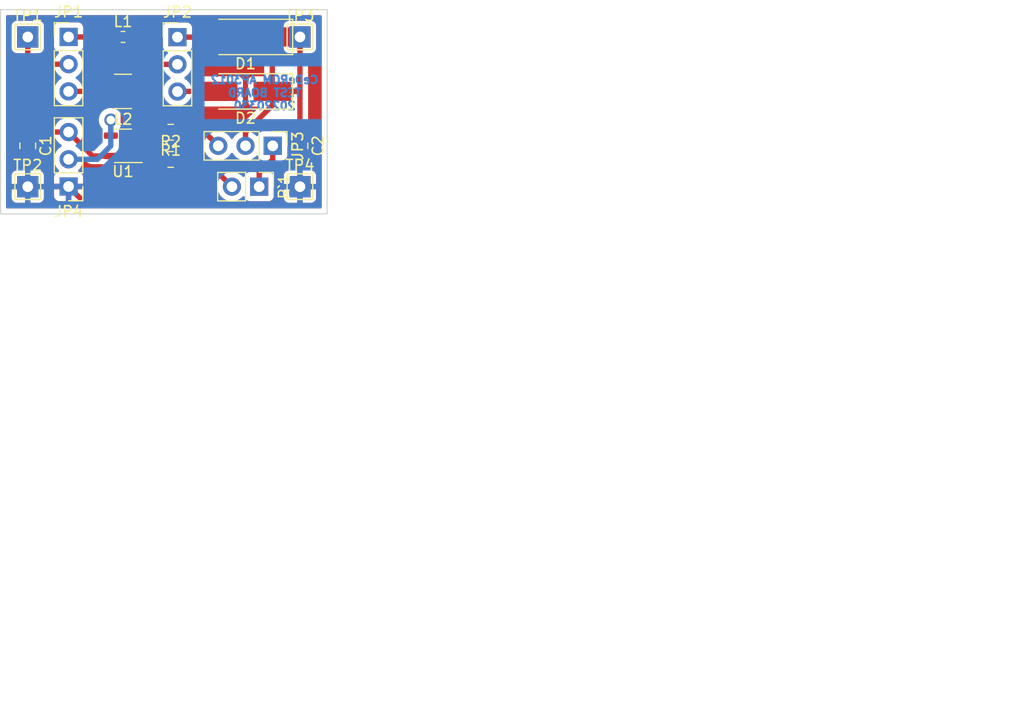
<source format=kicad_pcb>
(kicad_pcb (version 20211014) (generator pcbnew)
  (title_block (title "CeDeROM AP3012 TEST BOARD") (date "2022-03-30") (rev "2022-03-30") (company "CeDeROM"))
  (layers (0 "F.Cu" signal) (31 "B.Cu" signal) (34 "B.Paste" user) (35 "F.Paste" user) (36 "B.SilkS" user "B.Silkscreen") (37 "F.SilkS" user "F.Silkscreen") (38 "B.Mask" user) (39 "F.Mask" user) (44 "Edge.Cuts" user))
  (net 0 "")
  (net 1 "GND")
  (net 2 "Net-(C1-Pad1)")
  (net 3 "Net-(C2-Pad1)")
  (net 4 "Net-(D1-Pad2)")
  (net 5 "Net-(D2-Pad2)")
  (net 6 "Net-(JP1-Pad1)")
  (net 7 "Net-(JP1-Pad3)")
  (net 8 "Net-(JP2-Pad2)")
  (net 9 "Net-(JP3-Pad1)")
  (net 10 "Net-(JP3-Pad3)")
  (net 11 "Net-(JP4-Pad2)")
  (net 12 "Net-(R`1-Pad2)")
  (footprint "Diode_SMD:D_SMA_Handsoldering" (layer "F.Cu") (at 96.52 50.8 180)
    (fp_text reference "D1" (at 0 -2.5) (layer "F.SilkS"))
    (fp_text value "STPS1L40A")
    (fp_line (start -4.4 1.65) (end 2.5 1.65) (layer "F.SilkS") (width 0.12))
    (fp_line (start -4.4 -1.65) (end -4.4 1.65) (layer "F.SilkS") (width 0.12))
    (fp_line (start -4.4 -1.65) (end 2.5 -1.65) (layer "F.SilkS") (width 0.12))
    (pad "1" smd rect (at -2.5 0 180) (size 3.5 1.8) (layers "F.Cu" "F.Paste" "F.Mask") (net 3 "Net-(C2-Pad1)"))
    (pad "2" smd rect (at 2.5 0 180) (size 3.5 1.8) (layers "F.Cu" "F.Paste" "F.Mask") (net 4 "Net-(D1-Pad2)"))
  )
  (footprint "Capacitor_SMD:C_0805_2012Metric_Pad1.18x1.45mm_HandSolder" (layer "F.Cu") (at 89.535 62.23)
    (fp_text reference "R2" (at 0 -1.68) (layer "F.SilkS"))
    (fp_text value "~")
    (fp_line (start -0.261252 -0.735) (end 0.261252 -0.735) (layer "F.SilkS") (width 0.12))
    (fp_line (start -0.261252 0.735) (end 0.261252 0.735) (layer "F.SilkS") (width 0.12))
    (pad "1" smd roundrect (at -1.0375 0) (size 1.175 1.45) (layers "F.Cu" "F.Paste" "F.Mask") (roundrect_rratio 0.2127659574) (net 12 "Net-(R`1-Pad2)"))
    (pad "2" smd roundrect (at 1.0375 0) (size 1.175 1.45) (layers "F.Cu" "F.Paste" "F.Mask") (roundrect_rratio 0.2127659574) (net 1 "GND"))
  )
  (footprint "Capacitor_SMD:C_0805_2012Metric_Pad1.18x1.45mm_HandSolder" (layer "F.Cu") (at 89.535 59.69 180)
    (fp_text reference "R1" (at 0 -1.68) (layer "F.SilkS"))
    (fp_text value "~")
    (fp_line (start -0.261252 -0.735) (end 0.261252 -0.735) (layer "F.SilkS") (width 0.12))
    (fp_line (start -0.261252 0.735) (end 0.261252 0.735) (layer "F.SilkS") (width 0.12))
    (pad "1" smd roundrect (at -1.0375 0 180) (size 1.175 1.45) (layers "F.Cu" "F.Paste" "F.Mask") (roundrect_rratio 0.2127659574) (net 10 "Net-(JP3-Pad3)"))
    (pad "2" smd roundrect (at 1.0375 0 180) (size 1.175 1.45) (layers "F.Cu" "F.Paste" "F.Mask") (roundrect_rratio 0.2127659574) (net 12 "Net-(R`1-Pad2)"))
  )
  (footprint "TestPoint:TestPoint_THTPad_2.0x2.0mm_Drill1.0mm" (layer "F.Cu") (at 101.6 64.77)
    (fp_text reference "TP4" (at 0 -1.998) (layer "F.SilkS"))
    (fp_text value "GND")
    (fp_line (start -1.2 -1.2) (end 1.2 -1.2) (layer "F.SilkS") (width 0.12))
    (fp_line (start 1.2 -1.2) (end 1.2 1.2) (layer "F.SilkS") (width 0.12))
    (fp_line (start 1.2 1.2) (end -1.2 1.2) (layer "F.SilkS") (width 0.12))
    (fp_line (start -1.2 1.2) (end -1.2 -1.2) (layer "F.SilkS") (width 0.12))
    (pad "1" thru_hole rect (at 0 0) (size 2 2) (drill 1) (layers *.Cu *.Mask) (net 1 "GND"))
  )
  (footprint "Capacitor_SMD:C_0805_2012Metric_Pad1.18x1.45mm_HandSolder" (layer "F.Cu") (at 101.6 60.96 -90)
    (fp_text reference "C2" (at 0 -1.68 90) (layer "F.SilkS"))
    (fp_text value "1uF")
    (fp_line (start -0.261252 -0.735) (end 0.261252 -0.735) (layer "F.SilkS") (width 0.12))
    (fp_line (start -0.261252 0.735) (end 0.261252 0.735) (layer "F.SilkS") (width 0.12))
    (pad "1" smd roundrect (at -1.0375 0 270) (size 1.175 1.45) (layers "F.Cu" "F.Paste" "F.Mask") (roundrect_rratio 0.2127659574) (net 3 "Net-(C2-Pad1)"))
    (pad "2" smd roundrect (at 1.0375 0 270) (size 1.175 1.45) (layers "F.Cu" "F.Paste" "F.Mask") (roundrect_rratio 0.2127659574) (net 1 "GND"))
  )
  (footprint "Package_TO_SOT_SMD:SOT-23-5" (layer "F.Cu") (at 85.09 60.96 180)
    (fp_text reference "U1" (at 0 -2.4) (layer "F.SilkS"))
    (fp_text value "AP3012")
    (fp_line (start 0 1.56) (end 0.8 1.56) (layer "F.SilkS") (width 0.12))
    (fp_line (start 0 1.56) (end -0.8 1.56) (layer "F.SilkS") (width 0.12))
    (fp_line (start 0 -1.56) (end 0.8 -1.56) (layer "F.SilkS") (width 0.12))
    (fp_line (start 0 -1.56) (end -1.8 -1.56) (layer "F.SilkS") (width 0.12))
    (pad "1" smd roundrect (at -1.1375 -0.95 180) (size 1.325 0.6) (layers "F.Cu" "F.Paste" "F.Mask") (net 8 "Net-(JP2-Pad2)"))
    (pad "2" smd roundrect (at -1.1375 0 180) (size 1.325 0.6) (layers "F.Cu" "F.Paste" "F.Mask") (net 1 "GND"))
    (pad "3" smd roundrect (at -1.1375 0.95 180) (size 1.325 0.6) (layers "F.Cu" "F.Paste" "F.Mask") (net 12 "Net-(R`1-Pad2)"))
    (pad "4" smd roundrect (at 1.1375 0.95 180) (size 1.325 0.6) (layers "F.Cu" "F.Paste" "F.Mask") (net 11 "Net-(JP4-Pad2)"))
    (pad "5" smd roundrect (at 1.1375 -0.95 180) (size 1.325 0.6) (layers "F.Cu" "F.Paste" "F.Mask") (net 2 "Net-(C1-Pad1)"))
  )
  (footprint "TestPoint:TestPoint_THTPad_2.0x2.0mm_Drill1.0mm" (layer "F.Cu") (at 76.2 50.8)
    (fp_text reference "TP1" (at 0 -1.998) (layer "F.SilkS"))
    (fp_text value "VIN")
    (fp_line (start -1.2 -1.2) (end 1.2 -1.2) (layer "F.SilkS") (width 0.12))
    (fp_line (start 1.2 1.2) (end -1.2 1.2) (layer "F.SilkS") (width 0.12))
    (fp_line (start -1.2 1.2) (end -1.2 -1.2) (layer "F.SilkS") (width 0.12))
    (fp_line (start 1.2 -1.2) (end 1.2 1.2) (layer "F.SilkS") (width 0.12))
    (pad "1" thru_hole rect (at 0 0) (size 2 2) (drill 1) (layers *.Cu *.Mask) (net 2 "Net-(C1-Pad1)"))
  )
  (footprint "Diode_SMD:D_SMA_Handsoldering" (layer "F.Cu") (at 96.52 55.88 180)
    (fp_text reference "D2" (at 0 -2.5) (layer "F.SilkS"))
    (fp_text value "B140-E3/61T")
    (fp_line (start -4.4 -1.65) (end 2.5 -1.65) (layer "F.SilkS") (width 0.12))
    (fp_line (start -4.4 1.65) (end 2.5 1.65) (layer "F.SilkS") (width 0.12))
    (fp_line (start -4.4 -1.65) (end -4.4 1.65) (layer "F.SilkS") (width 0.12))
    (pad "1" smd rect (at -2.5 0 180) (size 3.5 1.8) (layers "F.Cu" "F.Paste" "F.Mask") (net 3 "Net-(C2-Pad1)"))
    (pad "2" smd rect (at 2.5 0 180) (size 3.5 1.8) (layers "F.Cu" "F.Paste" "F.Mask") (net 5 "Net-(D2-Pad2)"))
  )
  (footprint "TestPoint:TestPoint_THTPad_2.0x2.0mm_Drill1.0mm" (layer "F.Cu") (at 101.6 50.8)
    (fp_text reference "TP3" (at 0 -1.998) (layer "F.SilkS"))
    (fp_text value "VOUT")
    (fp_line (start -1.2 1.2) (end -1.2 -1.2) (layer "F.SilkS") (width 0.12))
    (fp_line (start 1.2 1.2) (end -1.2 1.2) (layer "F.SilkS") (width 0.12))
    (fp_line (start 1.2 -1.2) (end 1.2 1.2) (layer "F.SilkS") (width 0.12))
    (fp_line (start -1.2 -1.2) (end 1.2 -1.2) (layer "F.SilkS") (width 0.12))
    (pad "1" thru_hole rect (at 0 0) (size 2 2) (drill 1) (layers *.Cu *.Mask) (net 3 "Net-(C2-Pad1)"))
  )
  (footprint "TestPoint:TestPoint_THTPad_2.0x2.0mm_Drill1.0mm" (layer "F.Cu") (at 76.2 64.77)
    (fp_text reference "TP2" (at 0 -1.998) (layer "F.SilkS"))
    (fp_text value "GND")
    (fp_line (start 1.2 1.2) (end -1.2 1.2) (layer "F.SilkS") (width 0.12))
    (fp_line (start 1.2 -1.2) (end 1.2 1.2) (layer "F.SilkS") (width 0.12))
    (fp_line (start -1.2 1.2) (end -1.2 -1.2) (layer "F.SilkS") (width 0.12))
    (fp_line (start -1.2 -1.2) (end 1.2 -1.2) (layer "F.SilkS") (width 0.12))
    (pad "1" thru_hole rect (at 0 0) (size 2 2) (drill 1) (layers *.Cu *.Mask) (net 1 "GND"))
  )
  (footprint "Connector_PinHeader_2.54mm:PinHeader_1x02_P2.54mm_Vertical" (layer "F.Cu") (at 97.795 64.77 -90)
    (fp_text reference "R`1" (at 0 -2.33 90) (layer "F.SilkS"))
    (fp_text value "VAR")
    (fp_line (start 1.33 1.27) (end 1.33 3.87) (layer "F.SilkS") (width 0.12))
    (fp_line (start -1.33 0) (end -1.33 -1.33) (layer "F.SilkS") (width 0.12))
    (fp_line (start -1.33 1.27) (end 1.33 1.27) (layer "F.SilkS") (width 0.12))
    (fp_line (start -1.33 3.87) (end 1.33 3.87) (layer "F.SilkS") (width 0.12))
    (fp_line (start -1.33 -1.33) (end 0 -1.33) (layer "F.SilkS") (width 0.12))
    (fp_line (start -1.33 1.27) (end -1.33 3.87) (layer "F.SilkS") (width 0.12))
    (pad "1" thru_hole rect (at 0 0 270) (size 1.7 1.7) (drill 1) (layers *.Cu *.Mask) (net 9 "Net-(JP3-Pad1)"))
    (pad "2" thru_hole oval (at 0 2.54 270) (size 1.7 1.7) (drill 1) (layers *.Cu *.Mask) (net 12 "Net-(R`1-Pad2)"))
  )
  (footprint "Inductor_SMD:L_Abracon_ASPI-3012S" (layer "F.Cu") (at 85.09 55.88)
    (fp_text reference "L2" (at 0 2.6) (layer "F.SilkS"))
    (fp_text value "10uH")
    (fp_line (start -0.8 1.6) (end 0.8 1.6) (layer "F.SilkS") (width 0.12))
    (fp_line (start -0.8 -1.6) (end 0.8 -1.6) (layer "F.SilkS") (width 0.12))
    (pad "1" smd rect (at -1.15 0) (size 1 2.75) (layers "F.Cu" "F.Paste" "F.Mask") (net 7 "Net-(JP1-Pad3)"))
    (pad "2" smd rect (at 1.15 0) (size 1 2.75) (layers "F.Cu" "F.Paste" "F.Mask") (net 8 "Net-(JP2-Pad2)"))
  )
  (footprint "Inductor_SMD:L_0603_1608Metric_Pad1.05x0.95mm_HandSolder" (layer "F.Cu") (at 85.09 50.8)
    (fp_text reference "L1" (at 0 -1.43) (layer "F.SilkS"))
    (fp_text value "10uH")
    (fp_line (start -0.171267 -0.51) (end 0.171267 -0.51) (layer "F.SilkS") (width 0.12))
    (fp_line (start -0.171267 0.51) (end 0.171267 0.51) (layer "F.SilkS") (width 0.12))
    (pad "1" smd roundrect (at -0.875 0) (size 1.05 0.95) (layers "F.Cu" "F.Paste" "F.Mask") (net 6 "Net-(JP1-Pad1)"))
    (pad "2" smd roundrect (at 0.875 0) (size 1.05 0.95) (layers "F.Cu" "F.Paste" "F.Mask") (net 8 "Net-(JP2-Pad2)"))
  )
  (footprint "Connector_PinHeader_2.54mm:PinHeader_1x03_P2.54mm_Vertical" (layer "F.Cu") (at 80.01 64.755 180)
    (fp_text reference "JP4" (at 0 -2.33 180) (layer "F.SilkS"))
    (fp_text value "!SHDN")
    (fp_line (start -1.33 6.41) (end 1.33 6.41) (layer "F.SilkS") (width 0.12))
    (fp_line (start -1.33 -1.33) (end 0 -1.33) (layer "F.SilkS") (width 0.12))
    (fp_line (start -1.33 1.27) (end 1.33 1.27) (layer "F.SilkS") (width 0.12))
    (fp_line (start 1.33 1.27) (end 1.33 6.41) (layer "F.SilkS") (width 0.12))
    (fp_line (start -1.33 1.27) (end -1.33 6.41) (layer "F.SilkS") (width 0.12))
    (fp_line (start -1.33 0) (end -1.33 -1.33) (layer "F.SilkS") (width 0.12))
    (pad "1" thru_hole rect (at 0 0 180) (size 1.7 1.7) (drill 1) (layers *.Cu *.Mask) (net 1 "GND"))
    (pad "2" thru_hole oval (at 0 2.54 180) (size 1.7 1.7) (drill 1) (layers *.Cu *.Mask) (net 11 "Net-(JP4-Pad2)"))
    (pad "3" thru_hole oval (at 0 5.08 180) (size 1.7 1.7) (drill 1) (layers *.Cu *.Mask) (net 2 "Net-(C1-Pad1)"))
  )
  (footprint "Capacitor_SMD:C_0805_2012Metric_Pad1.18x1.45mm_HandSolder" (layer "F.Cu") (at 76.2 60.96 -90)
    (fp_text reference "C1" (at 0 -1.68 90) (layer "F.SilkS"))
    (fp_text value "1uF")
    (fp_line (start -0.261252 -0.735) (end 0.261252 -0.735) (layer "F.SilkS") (width 0.12))
    (fp_line (start -0.261252 0.735) (end 0.261252 0.735) (layer "F.SilkS") (width 0.12))
    (pad "1" smd roundrect (at -1.0375 0 270) (size 1.175 1.45) (layers "F.Cu" "F.Paste" "F.Mask") (roundrect_rratio 0.2127659574) (net 2 "Net-(C1-Pad1)"))
    (pad "2" smd roundrect (at 1.0375 0 270) (size 1.175 1.45) (layers "F.Cu" "F.Paste" "F.Mask") (roundrect_rratio 0.2127659574) (net 1 "GND"))
  )
  (footprint "Connector_PinHeader_2.54mm:PinHeader_1x03_P2.54mm_Vertical" (layer "F.Cu") (at 80.01 50.8)
    (fp_text reference "JP1" (at 0 -2.33) (layer "F.SilkS"))
    (fp_text value "LSEL")
    (fp_line (start -1.33 1.27) (end -1.33 6.41) (layer "F.SilkS") (width 0.12))
    (fp_line (start 1.33 1.27) (end 1.33 6.41) (layer "F.SilkS") (width 0.12))
    (fp_line (start -1.33 -1.33) (end 0 -1.33) (layer "F.SilkS") (width 0.12))
    (fp_line (start -1.33 1.27) (end 1.33 1.27) (layer "F.SilkS") (width 0.12))
    (fp_line (start -1.33 0) (end -1.33 -1.33) (layer "F.SilkS") (width 0.12))
    (fp_line (start -1.33 6.41) (end 1.33 6.41) (layer "F.SilkS") (width 0.12))
    (pad "1" thru_hole rect (at 0 0) (size 1.7 1.7) (drill 1) (layers *.Cu *.Mask) (net 6 "Net-(JP1-Pad1)"))
    (pad "2" thru_hole oval (at 0 2.54) (size 1.7 1.7) (drill 1) (layers *.Cu *.Mask) (net 2 "Net-(C1-Pad1)"))
    (pad "3" thru_hole oval (at 0 5.08) (size 1.7 1.7) (drill 1) (layers *.Cu *.Mask) (net 7 "Net-(JP1-Pad3)"))
  )
  (footprint "Connector_PinHeader_2.54mm:PinHeader_1x03_P2.54mm_Vertical" (layer "F.Cu") (at 99.06 60.96 -90)
    (fp_text reference "JP3" (at 0 -2.33 -90) (layer "F.SilkS"))
    (fp_text value "RSEL")
    (fp_line (start -1.33 1.27) (end -1.33 6.41) (layer "F.SilkS") (width 0.12))
    (fp_line (start -1.33 6.41) (end 1.33 6.41) (layer "F.SilkS") (width 0.12))
    (fp_line (start -1.33 1.27) (end 1.33 1.27) (layer "F.SilkS") (width 0.12))
    (fp_line (start 1.33 1.27) (end 1.33 6.41) (layer "F.SilkS") (width 0.12))
    (fp_line (start -1.33 0) (end -1.33 -1.33) (layer "F.SilkS") (width 0.12))
    (fp_line (start -1.33 -1.33) (end 0 -1.33) (layer "F.SilkS") (width 0.12))
    (pad "1" thru_hole rect (at 0 0 270) (size 1.7 1.7) (drill 1) (layers *.Cu *.Mask) (net 9 "Net-(JP3-Pad1)"))
    (pad "2" thru_hole oval (at 0 2.54 270) (size 1.7 1.7) (drill 1) (layers *.Cu *.Mask) (net 3 "Net-(C2-Pad1)"))
    (pad "3" thru_hole oval (at 0 5.08 270) (size 1.7 1.7) (drill 1) (layers *.Cu *.Mask) (net 10 "Net-(JP3-Pad3)"))
  )
  (footprint "Connector_PinHeader_2.54mm:PinHeader_1x03_P2.54mm_Vertical" (layer "F.Cu") (at 90.17 50.815)
    (fp_text reference "JP2" (at 0 -2.33) (layer "F.SilkS"))
    (fp_text value "DSEL")
    (fp_line (start -1.33 -1.33) (end 0 -1.33) (layer "F.SilkS") (width 0.12))
    (fp_line (start -1.33 0) (end -1.33 -1.33) (layer "F.SilkS") (width 0.12))
    (fp_line (start -1.33 6.41) (end 1.33 6.41) (layer "F.SilkS") (width 0.12))
    (fp_line (start -1.33 1.27) (end -1.33 6.41) (layer "F.SilkS") (width 0.12))
    (fp_line (start -1.33 1.27) (end 1.33 1.27) (layer "F.SilkS") (width 0.12))
    (fp_line (start 1.33 1.27) (end 1.33 6.41) (layer "F.SilkS") (width 0.12))
    (pad "1" thru_hole rect (at 0 0) (size 1.7 1.7) (drill 1) (layers *.Cu *.Mask) (net 4 "Net-(D1-Pad2)"))
    (pad "2" thru_hole oval (at 0 2.54) (size 1.7 1.7) (drill 1) (layers *.Cu *.Mask) (net 8 "Net-(JP2-Pad2)"))
    (pad "3" thru_hole oval (at 0 5.08) (size 1.7 1.7) (drill 1) (layers *.Cu *.Mask) (net 5 "Net-(D2-Pad2)"))
  )
  (gr_line (start 104.14 67.31) (end 104.14 48.26) (layer "Edge.Cuts") (width 0.1))
  (gr_line (start 73.66 67.31) (end 104.14 67.31) (layer "Edge.Cuts") (width 0.1))
  (gr_line (start 73.66 48.26) (end 73.66 67.31) (layer "Edge.Cuts") (width 0.1))
  (gr_line (start 104.14 48.26) (end 73.66 48.26) (layer "Edge.Cuts") (width 0.1))
  (gr_text "CeDeROM AP3012\nTEST BOARD\n20220330" (at 98.298 56.007) (layer "B.Cu") (effects (font (size 0.75 0.75) (thickness 0.1875)) (justify mirror)))
  (segment (start 90.5725 62.23) (end 90.5725 66.5265) (width 0.5) (layer "F.Cu") (net 1))
  (segment (start 80.01 64.755) (end 80.01 64.77) (width 0.5) (layer "F.Cu") (net 1))
  (segment (start 81.788 66.548) (end 87.376 66.548) (width 0.5) (layer "F.Cu") (net 1))
  (segment (start 87.376 66.548) (end 90.551 66.548) (width 0.5) (layer "F.Cu") (net 1))
  (segment (start 90.5725 66.5265) (end 90.551 66.548) (width 0.5) (layer "F.Cu") (net 1))
  (segment (start 90.551 66.548) (end 101.092 66.548) (width 0.5) (layer "F.Cu") (net 1))
  (segment (start 79.995 64.77) (end 80.01 64.755) (width 0.5) (layer "F.Cu") (net 1))
  (segment (start 76.2 64.77) (end 79.995 64.77) (width 0.5) (layer "F.Cu") (net 1))
  (segment (start 80.01 64.77) (end 81.788 66.548) (width 0.5) (layer "F.Cu") (net 1))
  (segment (start 76.2 61.9975) (end 76.2 64.77) (width 0.5) (layer "F.Cu") (net 1))
  (segment (start 101.6 61.9975) (end 101.6 64.77) (width 0.5) (layer "F.Cu") (net 1))
  (segment (start 87.376 61.214) (end 87.376 66.548) (width 0.5) (layer "F.Cu") (net 1))
  (segment (start 86.2275 60.96) (end 87.122 60.96) (width 0.5) (layer "F.Cu") (net 1))
  (segment (start 87.122 60.96) (end 87.376 61.214) (width 0.5) (layer "F.Cu") (net 1))
  (segment (start 83.9525 61.91) (end 82.245 61.91) (width 0.5) (layer "F.Cu") (net 2))
  (segment (start 76.4475 59.675) (end 76.2 59.9225) (width 0.5) (layer "F.Cu") (net 2))
  (segment (start 80.01 59.675) (end 76.4475 59.675) (width 0.5) (layer "F.Cu") (net 2))
  (segment (start 82.245 61.91) (end 80.01 59.675) (width 0.5) (layer "F.Cu") (net 2))
  (segment (start 80.01 53.34) (end 76.2 53.34) (width 0.5) (layer "F.Cu") (net 2))
  (segment (start 76.2 53.34) (end 76.2 50.8) (width 0.5) (layer "F.Cu") (net 2))
  (segment (start 76.2 59.9225) (end 76.2 53.34) (width 0.5) (layer "F.Cu") (net 2))
  (segment (start 101.6 55.88) (end 101.6 59.9225) (width 0.5) (layer "F.Cu") (net 3))
  (segment (start 99.02 55.88) (end 99.02 50.8) (width 0.5) (layer "F.Cu") (net 3))
  (segment (start 96.52 59.69) (end 99.06 57.15) (width 0.5) (layer "F.Cu") (net 3))
  (segment (start 99.06 55.92) (end 99.02 55.88) (width 0.5) (layer "F.Cu") (net 3))
  (segment (start 96.52 60.96) (end 96.52 59.69) (width 0.5) (layer "F.Cu") (net 3))
  (segment (start 99.02 50.8) (end 101.6 50.8) (width 0.5) (layer "F.Cu") (net 3))
  (segment (start 99.02 55.88) (end 101.6 55.88) (width 0.5) (layer "F.Cu") (net 3))
  (segment (start 101.6 50.8) (end 101.6 55.88) (width 0.5) (layer "F.Cu") (net 3))
  (segment (start 99.06 57.15) (end 99.06 55.92) (width 0.5) (layer "F.Cu") (net 3))
  (segment (start 90.17 50.815) (end 94.005 50.815) (width 0.5) (layer "F.Cu") (net 4))
  (segment (start 94.005 50.815) (end 94.02 50.8) (width 0.5) (layer "F.Cu") (net 4))
  (segment (start 94.02 55.88) (end 90.185 55.88) (width 0.5) (layer "F.Cu") (net 5))
  (segment (start 90.185 55.88) (end 90.17 55.895) (width 0.5) (layer "F.Cu") (net 5))
  (segment (start 80.01 50.8) (end 84.215 50.8) (width 0.5) (layer "F.Cu") (net 6))
  (segment (start 80.01 55.88) (end 83.94 55.88) (width 0.5) (layer "F.Cu") (net 7))
  (segment (start 87.772 53.355) (end 87.757 53.34) (width 0.5) (layer "F.Cu") (net 8))
  (segment (start 87.757 55.372) (end 87.249 55.88) (width 0.5) (layer "F.Cu") (net 8))
  (segment (start 86.2275 61.91) (end 85.405 61.91) (width 0.5) (layer "F.Cu") (net 8))
  (segment (start 85.11548 61.62048) (end 85.11548 56.23552) (width 0.5) (layer "F.Cu") (net 8))
  (segment (start 85.11548 56.23552) (end 85.471 55.88) (width 0.5) (layer "F.Cu") (net 8))
  (segment (start 87.376 50.8) (end 87.757 51.181) (width 0.5) (layer "F.Cu") (net 8))
  (segment (start 85.405 61.91) (end 85.11548 61.62048) (width 0.5) (layer "F.Cu") (net 8))
  (segment (start 85.471 55.88) (end 86.24 55.88) (width 0.5) (layer "F.Cu") (net 8))
  (segment (start 87.757 53.34) (end 87.757 55.372) (width 0.5) (layer "F.Cu") (net 8))
  (segment (start 85.965 50.8) (end 87.376 50.8) (width 0.5) (layer "F.Cu") (net 8))
  (segment (start 87.757 51.181) (end 87.757 53.34) (width 0.5) (layer "F.Cu") (net 8))
  (segment (start 90.17 53.355) (end 87.772 53.355) (width 0.5) (layer "F.Cu") (net 8))
  (segment (start 87.249 55.88) (end 86.24 55.88) (width 0.5) (layer "F.Cu") (net 8))
  (segment (start 97.795 64.77) (end 97.795 63.495) (width 0.5) (layer "F.Cu") (net 9))
  (segment (start 97.795 63.495) (end 99.06 62.23) (width 0.5) (layer "F.Cu") (net 9))
  (segment (start 99.06 62.23) (end 99.06 60.96) (width 0.5) (layer "F.Cu") (net 9))
  (segment (start 92.71 59.69) (end 93.98 60.96) (width 0.5) (layer "F.Cu") (net 10))
  (segment (start 90.5725 59.69) (end 92.71 59.69) (width 0.5) (layer "F.Cu") (net 10))
  (segment (start 83.9525 58.5525) (end 83.947 58.547) (width 0.5) (layer "F.Cu") (net 11))
  (segment (start 83.9525 60.01) (end 83.9525 58.5525) (width 0.5) (layer "F.Cu") (net 11))
  (via (at 83.947 58.547) (size 1.2) (drill 0.8) (layers "F.Cu" "B.Cu") (net 11))
  (segment (start 82.692 62.215) (end 80.01 62.215) (width 0.5) (layer "B.Cu") (net 11))
  (segment (start 83.947 60.96) (end 82.692 62.215) (width 0.5) (layer "B.Cu") (net 11))
  (segment (start 83.947 58.547) (end 83.947 60.96) (width 0.5) (layer "B.Cu") (net 11))
  (segment (start 88.4975 60.9815) (end 88.4975 62.23) (width 0.5) (layer "F.Cu") (net 12))
  (segment (start 88.4975 59.69) (end 88.4975 60.9815) (width 0.5) (layer "F.Cu") (net 12))
  (segment (start 95.255 64.77) (end 91.4665 60.9815) (width 0.5) (layer "F.Cu") (net 12))
  (segment (start 86.2275 60.01) (end 88.1775 60.01) (width 0.5) (layer "F.Cu") (net 12))
  (segment (start 91.4665 60.9815) (end 88.4975 60.9815) (width 0.5) (layer "F.Cu") (net 12))
  (segment (start 88.1775 60.01) (end 88.4975 59.69) (width 0.5) (layer "F.Cu") (net 12))
  (zone (net 1) (net_name "GND") (layers F&B.Cu) (connect_pads (clearance 0.508)) (min_thickness 0.254) (fill yes (thermal_gap 0.508) (thermal_bridge_width 0.508))
    (polygon (pts (xy 104.14 67.31) (xy 73.66 67.31) (xy 73.66 48.26) (xy 104.14 48.26)))
  )
)
</source>
